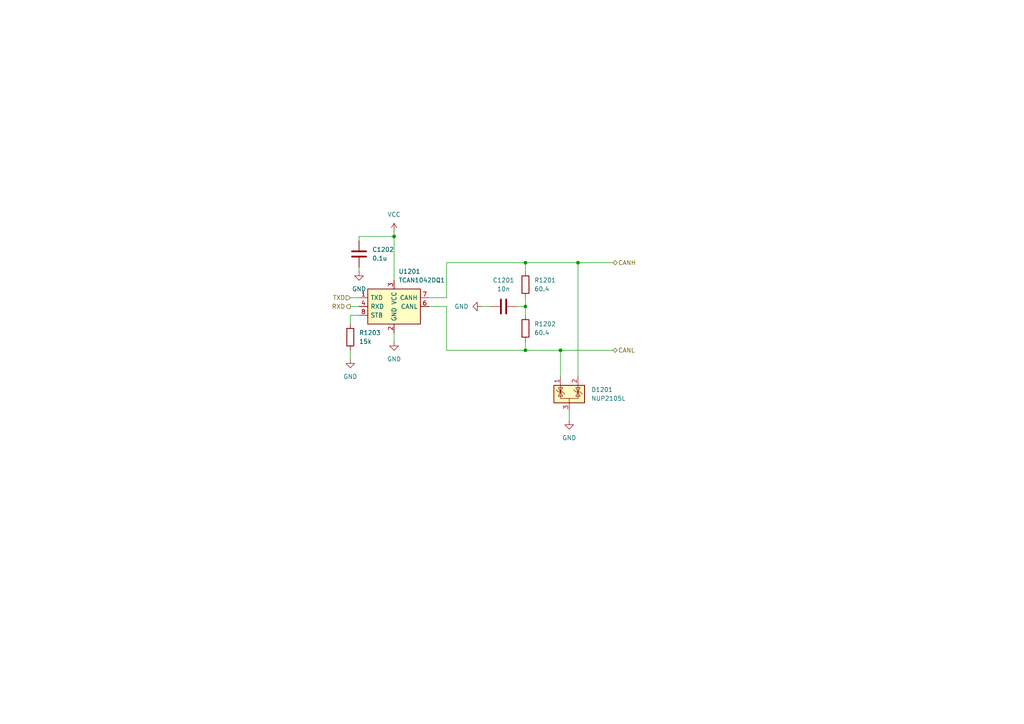
<source format=kicad_sch>
(kicad_sch (version 20230121) (generator eeschema)

  (uuid 5fb5f7bb-14ee-424d-989c-ea25694e226b)

  (paper "A4")

  (lib_symbols
    (symbol "Device:C" (pin_numbers hide) (pin_names (offset 0.254)) (in_bom yes) (on_board yes)
      (property "Reference" "C" (at 0.635 2.54 0)
        (effects (font (size 1.27 1.27)) (justify left))
      )
      (property "Value" "C" (at 0.635 -2.54 0)
        (effects (font (size 1.27 1.27)) (justify left))
      )
      (property "Footprint" "" (at 0.9652 -3.81 0)
        (effects (font (size 1.27 1.27)) hide)
      )
      (property "Datasheet" "~" (at 0 0 0)
        (effects (font (size 1.27 1.27)) hide)
      )
      (property "ki_keywords" "cap capacitor" (at 0 0 0)
        (effects (font (size 1.27 1.27)) hide)
      )
      (property "ki_description" "Unpolarized capacitor" (at 0 0 0)
        (effects (font (size 1.27 1.27)) hide)
      )
      (property "ki_fp_filters" "C_*" (at 0 0 0)
        (effects (font (size 1.27 1.27)) hide)
      )
      (symbol "C_0_1"
        (polyline
          (pts
            (xy -2.032 -0.762)
            (xy 2.032 -0.762)
          )
          (stroke (width 0.508) (type default))
          (fill (type none))
        )
        (polyline
          (pts
            (xy -2.032 0.762)
            (xy 2.032 0.762)
          )
          (stroke (width 0.508) (type default))
          (fill (type none))
        )
      )
      (symbol "C_1_1"
        (pin passive line (at 0 3.81 270) (length 2.794)
          (name "~" (effects (font (size 1.27 1.27))))
          (number "1" (effects (font (size 1.27 1.27))))
        )
        (pin passive line (at 0 -3.81 90) (length 2.794)
          (name "~" (effects (font (size 1.27 1.27))))
          (number "2" (effects (font (size 1.27 1.27))))
        )
      )
    )
    (symbol "Device:R" (pin_numbers hide) (pin_names (offset 0)) (in_bom yes) (on_board yes)
      (property "Reference" "R" (at 2.032 0 90)
        (effects (font (size 1.27 1.27)))
      )
      (property "Value" "R" (at 0 0 90)
        (effects (font (size 1.27 1.27)))
      )
      (property "Footprint" "" (at -1.778 0 90)
        (effects (font (size 1.27 1.27)) hide)
      )
      (property "Datasheet" "~" (at 0 0 0)
        (effects (font (size 1.27 1.27)) hide)
      )
      (property "ki_keywords" "R res resistor" (at 0 0 0)
        (effects (font (size 1.27 1.27)) hide)
      )
      (property "ki_description" "Resistor" (at 0 0 0)
        (effects (font (size 1.27 1.27)) hide)
      )
      (property "ki_fp_filters" "R_*" (at 0 0 0)
        (effects (font (size 1.27 1.27)) hide)
      )
      (symbol "R_0_1"
        (rectangle (start -1.016 -2.54) (end 1.016 2.54)
          (stroke (width 0.254) (type default))
          (fill (type none))
        )
      )
      (symbol "R_1_1"
        (pin passive line (at 0 3.81 270) (length 1.27)
          (name "~" (effects (font (size 1.27 1.27))))
          (number "1" (effects (font (size 1.27 1.27))))
        )
        (pin passive line (at 0 -3.81 90) (length 1.27)
          (name "~" (effects (font (size 1.27 1.27))))
          (number "2" (effects (font (size 1.27 1.27))))
        )
      )
    )
    (symbol "ProjectEV:Interface_TCAN1042DQ1" (pin_names (offset 0.762)) (in_bom yes) (on_board yes)
      (property "Reference" "U" (at 10.16 11.43 0)
        (effects (font (size 1.27 1.27)) (justify left))
      )
      (property "Value" "TCAN1042DQ1" (at 10.16 8.89 0)
        (effects (font (size 1.27 1.27)) (justify left))
      )
      (property "Footprint" "ProjectEV:Package_SOIC-8_3.9x4.9mm_P1.27mm" (at 10.16 6.35 0)
        (effects (font (size 1.27 1.27)) (justify left) hide)
      )
      (property "Datasheet" "http://www.ti.com/lit/gpn/tcan1042-q1" (at 10.16 3.81 0)
        (effects (font (size 1.27 1.27)) (justify left) hide)
      )
      (property "Description" "Automotive Fault Protected CAN Transceiver With Flexible Data-Rate" (at 10.16 1.27 0)
        (effects (font (size 1.27 1.27)) (justify left) hide)
      )
      (property "Height" "1.75" (at 10.16 -1.27 0)
        (effects (font (size 1.27 1.27)) (justify left) hide)
      )
      (property "Manufacturer_Name" "Texas Instruments" (at 10.16 -3.81 0)
        (effects (font (size 1.27 1.27)) (justify left) hide)
      )
      (property "Manufacturer_Part_Number" "TCAN1042DQ1" (at 10.16 -6.35 0)
        (effects (font (size 1.27 1.27)) (justify left) hide)
      )
      (property "Mouser Part Number" "595-TCAN1042DQ1" (at 10.16 -8.89 0)
        (effects (font (size 1.27 1.27)) (justify left) hide)
      )
      (property "Mouser Price/Stock" "https://www.mouser.co.uk/ProductDetail/Texas-Instruments/TCAN1042DQ1?qs=yDQnu9hAfI%252Bl0UhhA7Z96A%3D%3D" (at 10.16 -11.43 0)
        (effects (font (size 1.27 1.27)) (justify left) hide)
      )
      (property "Arrow Part Number" "TCAN1042DQ1" (at 10.16 -13.97 0)
        (effects (font (size 1.27 1.27)) (justify left) hide)
      )
      (property "Arrow Price/Stock" "https://www.arrow.com/en/products/tcan1042dq1/texas-instruments" (at 10.16 -16.51 0)
        (effects (font (size 1.27 1.27)) (justify left) hide)
      )
      (property "ki_description" "Automotive Fault Protected CAN Transceiver With Flexible Data-Rate" (at 0 0 0)
        (effects (font (size 1.27 1.27)) hide)
      )
      (symbol "Interface_TCAN1042DQ1_1_0"
        (pin input line (at -10.16 2.54 0) (length 2.54)
          (name "TXD" (effects (font (size 1.27 1.27))))
          (number "1" (effects (font (size 1.27 1.27))))
        )
        (pin power_in line (at 0 -7.62 90) (length 2.54)
          (name "GND" (effects (font (size 1.27 1.27))))
          (number "2" (effects (font (size 1.27 1.27))))
        )
        (pin power_in line (at 0 7.62 270) (length 2.54)
          (name "VCC" (effects (font (size 1.27 1.27))))
          (number "3" (effects (font (size 1.27 1.27))))
        )
        (pin output line (at -10.16 0 0) (length 2.54)
          (name "RXD" (effects (font (size 1.27 1.27))))
          (number "4" (effects (font (size 1.27 1.27))))
        )
        (pin no_connect line (at -2.54 -7.62 90) (length 2.54) hide
          (name "NC" (effects (font (size 1.27 1.27))))
          (number "5" (effects (font (size 1.27 1.27))))
        )
        (pin bidirectional line (at 10.16 0 180) (length 2.54)
          (name "CANL" (effects (font (size 1.27 1.27))))
          (number "6" (effects (font (size 1.27 1.27))))
        )
        (pin bidirectional line (at 10.16 2.54 180) (length 2.54)
          (name "CANH" (effects (font (size 1.27 1.27))))
          (number "7" (effects (font (size 1.27 1.27))))
        )
        (pin input line (at -10.16 -2.54 0) (length 2.54)
          (name "STB" (effects (font (size 1.27 1.27))))
          (number "8" (effects (font (size 1.27 1.27))))
        )
      )
      (symbol "Interface_TCAN1042DQ1_1_1"
        (rectangle (start -7.62 5.08) (end 7.62 -5.08)
          (stroke (width 0.254) (type default))
          (fill (type background))
        )
      )
    )
    (symbol "ProjectEV:PowerProtection_NUP2105L" (pin_names hide) (in_bom yes) (on_board yes)
      (property "Reference" "D" (at 5.715 2.54 0)
        (effects (font (size 1.27 1.27)) (justify left))
      )
      (property "Value" "NUP2105L" (at 5.715 0.635 0)
        (effects (font (size 1.27 1.27)) (justify left))
      )
      (property "Footprint" "ProjectEV:Package_SOT-23_NUP2105L" (at 5.715 -1.27 0)
        (effects (font (size 1.27 1.27)) (justify left) hide)
      )
      (property "Datasheet" "http://www.onsemi.com/pub_link/Collateral/NUP2105L-D.PDF" (at 3.175 3.175 0)
        (effects (font (size 1.27 1.27)) hide)
      )
      (property "ki_keywords" "can esd protection suppression transient" (at 0 0 0)
        (effects (font (size 1.27 1.27)) hide)
      )
      (property "ki_description" "Dual Line CAN Bus Protector, 24Vrwm" (at 0 0 0)
        (effects (font (size 1.27 1.27)) hide)
      )
      (property "ki_fp_filters" "SOT?23*" (at 0 0 0)
        (effects (font (size 1.27 1.27)) hide)
      )
      (symbol "PowerProtection_NUP2105L_0_0"
        (pin passive line (at 0 -5.08 90) (length 2.54)
          (name "A" (effects (font (size 1.27 1.27))))
          (number "3" (effects (font (size 1.27 1.27))))
        )
      )
      (symbol "PowerProtection_NUP2105L_0_1"
        (rectangle (start -4.445 2.54) (end 4.445 -2.54)
          (stroke (width 0.254) (type default))
          (fill (type background))
        )
        (polyline
          (pts
            (xy -2.54 2.54)
            (xy -2.54 0.635)
          )
          (stroke (width 0) (type default))
          (fill (type none))
        )
        (polyline
          (pts
            (xy 0 -1.27)
            (xy 0 -2.54)
          )
          (stroke (width 0) (type default))
          (fill (type none))
        )
        (polyline
          (pts
            (xy 2.54 2.54)
            (xy 2.54 0.635)
          )
          (stroke (width 0) (type default))
          (fill (type none))
        )
        (polyline
          (pts
            (xy -3.81 1.27)
            (xy -3.175 0.635)
            (xy -1.905 0.635)
            (xy -1.27 0)
          )
          (stroke (width 0) (type default))
          (fill (type none))
        )
        (polyline
          (pts
            (xy -2.54 0.635)
            (xy -2.54 -1.27)
            (xy 2.54 -1.27)
            (xy 2.54 0.635)
          )
          (stroke (width 0) (type default))
          (fill (type none))
        )
        (polyline
          (pts
            (xy -2.54 0.635)
            (xy -1.905 -0.635)
            (xy -3.175 -0.635)
            (xy -2.54 0.635)
          )
          (stroke (width 0) (type default))
          (fill (type none))
        )
        (polyline
          (pts
            (xy 2.54 0.635)
            (xy 1.905 -0.635)
            (xy 3.175 -0.635)
            (xy 2.54 0.635)
          )
          (stroke (width 0) (type default))
          (fill (type none))
        )
        (polyline
          (pts
            (xy 2.54 0.635)
            (xy 3.175 1.905)
            (xy 1.905 1.905)
            (xy 2.54 0.635)
          )
          (stroke (width 0) (type default))
          (fill (type none))
        )
        (polyline
          (pts
            (xy -2.54 0.635)
            (xy -3.175 1.905)
            (xy -1.905 1.905)
            (xy -2.54 0.635)
            (xy -2.54 1.27)
          )
          (stroke (width 0) (type default))
          (fill (type none))
        )
        (polyline
          (pts
            (xy 1.27 1.27)
            (xy 1.905 0.635)
            (xy 2.54 0.635)
            (xy 3.175 0.635)
            (xy 3.81 0)
          )
          (stroke (width 0) (type default))
          (fill (type none))
        )
      )
      (symbol "PowerProtection_NUP2105L_1_1"
        (pin passive line (at -2.54 5.08 270) (length 2.54)
          (name "K" (effects (font (size 1.27 1.27))))
          (number "1" (effects (font (size 1.27 1.27))))
        )
        (pin passive line (at 2.54 5.08 270) (length 2.54)
          (name "K" (effects (font (size 1.27 1.27))))
          (number "2" (effects (font (size 1.27 1.27))))
        )
      )
    )
    (symbol "power:GND" (power) (pin_names (offset 0)) (in_bom yes) (on_board yes)
      (property "Reference" "#PWR" (at 0 -6.35 0)
        (effects (font (size 1.27 1.27)) hide)
      )
      (property "Value" "GND" (at 0 -3.81 0)
        (effects (font (size 1.27 1.27)))
      )
      (property "Footprint" "" (at 0 0 0)
        (effects (font (size 1.27 1.27)) hide)
      )
      (property "Datasheet" "" (at 0 0 0)
        (effects (font (size 1.27 1.27)) hide)
      )
      (property "ki_keywords" "global power" (at 0 0 0)
        (effects (font (size 1.27 1.27)) hide)
      )
      (property "ki_description" "Power symbol creates a global label with name \"GND\" , ground" (at 0 0 0)
        (effects (font (size 1.27 1.27)) hide)
      )
      (symbol "GND_0_1"
        (polyline
          (pts
            (xy 0 0)
            (xy 0 -1.27)
            (xy 1.27 -1.27)
            (xy 0 -2.54)
            (xy -1.27 -1.27)
            (xy 0 -1.27)
          )
          (stroke (width 0) (type default))
          (fill (type none))
        )
      )
      (symbol "GND_1_1"
        (pin power_in line (at 0 0 270) (length 0) hide
          (name "GND" (effects (font (size 1.27 1.27))))
          (number "1" (effects (font (size 1.27 1.27))))
        )
      )
    )
    (symbol "power:VCC" (power) (pin_names (offset 0)) (in_bom yes) (on_board yes)
      (property "Reference" "#PWR" (at 0 -3.81 0)
        (effects (font (size 1.27 1.27)) hide)
      )
      (property "Value" "VCC" (at 0 3.81 0)
        (effects (font (size 1.27 1.27)))
      )
      (property "Footprint" "" (at 0 0 0)
        (effects (font (size 1.27 1.27)) hide)
      )
      (property "Datasheet" "" (at 0 0 0)
        (effects (font (size 1.27 1.27)) hide)
      )
      (property "ki_keywords" "global power" (at 0 0 0)
        (effects (font (size 1.27 1.27)) hide)
      )
      (property "ki_description" "Power symbol creates a global label with name \"VCC\"" (at 0 0 0)
        (effects (font (size 1.27 1.27)) hide)
      )
      (symbol "VCC_0_1"
        (polyline
          (pts
            (xy -0.762 1.27)
            (xy 0 2.54)
          )
          (stroke (width 0) (type default))
          (fill (type none))
        )
        (polyline
          (pts
            (xy 0 0)
            (xy 0 2.54)
          )
          (stroke (width 0) (type default))
          (fill (type none))
        )
        (polyline
          (pts
            (xy 0 2.54)
            (xy 0.762 1.27)
          )
          (stroke (width 0) (type default))
          (fill (type none))
        )
      )
      (symbol "VCC_1_1"
        (pin power_in line (at 0 0 90) (length 0) hide
          (name "VCC" (effects (font (size 1.27 1.27))))
          (number "1" (effects (font (size 1.27 1.27))))
        )
      )
    )
  )

  (junction (at 114.3 68.58) (diameter 0) (color 0 0 0 0)
    (uuid 21d6fdb3-40f7-49f5-a8ce-99d4ebd0432e)
  )
  (junction (at 152.4 76.2) (diameter 0) (color 0 0 0 0)
    (uuid 5758c0be-fa83-48b4-9004-7a2678bd2ef2)
  )
  (junction (at 152.4 101.6) (diameter 0) (color 0 0 0 0)
    (uuid ab7b5df2-2302-4575-9d79-ea4dca1d2fbc)
  )
  (junction (at 152.4 88.9) (diameter 0) (color 0 0 0 0)
    (uuid acf94331-8bc8-4a94-a97f-0db028161543)
  )
  (junction (at 162.56 101.6) (diameter 0) (color 0 0 0 0)
    (uuid d3f4ece7-179a-4c4f-b4f2-7cb1460f9fc2)
  )
  (junction (at 167.64 76.2) (diameter 0) (color 0 0 0 0)
    (uuid e2e557c8-1f4e-4c4f-91a3-8f0123a67168)
  )

  (wire (pts (xy 152.4 86.36) (xy 152.4 88.9))
    (stroke (width 0) (type default))
    (uuid 068b9b1d-24dd-4c3a-bceb-3ebba228b654)
  )
  (wire (pts (xy 114.3 96.52) (xy 114.3 99.06))
    (stroke (width 0) (type default))
    (uuid 12e76221-a2ff-46e5-a588-355a0941b72f)
  )
  (wire (pts (xy 124.46 88.9) (xy 129.54 88.9))
    (stroke (width 0) (type default))
    (uuid 19c310ea-fa9f-4a0e-ae8f-51cebe45daef)
  )
  (wire (pts (xy 101.6 86.36) (xy 104.14 86.36))
    (stroke (width 0) (type default))
    (uuid 2f8aa2a2-9ccd-4677-9242-9b9b5b909ea5)
  )
  (wire (pts (xy 152.4 101.6) (xy 152.4 99.06))
    (stroke (width 0) (type default))
    (uuid 313cf81d-3aea-48c2-9c94-1f2f45577121)
  )
  (wire (pts (xy 104.14 69.85) (xy 104.14 68.58))
    (stroke (width 0) (type default))
    (uuid 38919694-ef0c-4b7b-9e03-f2f349fb5033)
  )
  (wire (pts (xy 104.14 68.58) (xy 114.3 68.58))
    (stroke (width 0) (type default))
    (uuid 3d4a1d8c-cb33-4abf-8dcd-22fffa84ee20)
  )
  (wire (pts (xy 129.54 101.6) (xy 152.4 101.6))
    (stroke (width 0) (type default))
    (uuid 41b2c320-b988-40e3-918c-28e4a0ae3c61)
  )
  (wire (pts (xy 101.6 88.9) (xy 104.14 88.9))
    (stroke (width 0) (type default))
    (uuid 4370aad7-0cda-43e8-90e5-e93198dfc023)
  )
  (wire (pts (xy 152.4 88.9) (xy 152.4 91.44))
    (stroke (width 0) (type default))
    (uuid 48779e71-7459-4e31-b67c-88991ae0064c)
  )
  (wire (pts (xy 129.54 88.9) (xy 129.54 101.6))
    (stroke (width 0) (type default))
    (uuid 4c50b7c4-d739-4c4a-b1cb-fd91a96d3f1b)
  )
  (wire (pts (xy 149.86 88.9) (xy 152.4 88.9))
    (stroke (width 0) (type default))
    (uuid 5520a26d-4bf6-4328-a31d-13c4b0fd6136)
  )
  (wire (pts (xy 167.64 76.2) (xy 177.8 76.2))
    (stroke (width 0) (type default))
    (uuid 690691fe-5dc8-4f89-a6f3-e7473350bfe9)
  )
  (wire (pts (xy 139.7 88.9) (xy 142.24 88.9))
    (stroke (width 0) (type default))
    (uuid 7e61a57c-c67f-4ce0-b49b-7dcd0e8dfdf4)
  )
  (wire (pts (xy 101.6 93.98) (xy 101.6 91.44))
    (stroke (width 0) (type default))
    (uuid 89e73f31-eda6-4d51-8c9c-6724186e428e)
  )
  (wire (pts (xy 162.56 101.6) (xy 177.8 101.6))
    (stroke (width 0) (type default))
    (uuid 9595693f-763f-445d-8d89-2596cc110b7e)
  )
  (wire (pts (xy 101.6 104.14) (xy 101.6 101.6))
    (stroke (width 0) (type default))
    (uuid 961fd0f9-867e-4103-bb53-da48adc30494)
  )
  (wire (pts (xy 124.46 86.36) (xy 129.54 86.36))
    (stroke (width 0) (type default))
    (uuid 9f3b7f56-57a7-4580-a82a-930edd0bbe40)
  )
  (wire (pts (xy 167.64 76.2) (xy 167.64 109.22))
    (stroke (width 0) (type default))
    (uuid aa1d60ac-50ce-4314-8382-9caa6e63b7da)
  )
  (wire (pts (xy 101.6 91.44) (xy 104.14 91.44))
    (stroke (width 0) (type default))
    (uuid badcb915-96c2-4f74-9735-7773ec129cc9)
  )
  (wire (pts (xy 152.4 76.2) (xy 167.64 76.2))
    (stroke (width 0) (type default))
    (uuid bc6e8d30-ce21-4995-98e7-5b1fb22430a3)
  )
  (wire (pts (xy 114.3 68.58) (xy 114.3 81.28))
    (stroke (width 0) (type default))
    (uuid c5ad3492-93e4-4405-bde9-c5578c15851e)
  )
  (wire (pts (xy 152.4 101.6) (xy 162.56 101.6))
    (stroke (width 0) (type default))
    (uuid cb7fb750-8e93-410f-b48e-d6af88d9b688)
  )
  (wire (pts (xy 114.3 68.58) (xy 114.3 67.31))
    (stroke (width 0) (type default))
    (uuid d4d217ac-5f9e-4057-9171-1d74c1f00ec7)
  )
  (wire (pts (xy 104.14 77.47) (xy 104.14 78.74))
    (stroke (width 0) (type default))
    (uuid e80b3b8f-9546-4615-9585-2c7330405f07)
  )
  (wire (pts (xy 165.1 119.38) (xy 165.1 121.92))
    (stroke (width 0) (type default))
    (uuid e8f8e2e7-d67d-4e32-80d9-dc71e52c4031)
  )
  (wire (pts (xy 152.4 76.2) (xy 152.4 78.74))
    (stroke (width 0) (type default))
    (uuid eca60e6a-209e-40b9-8a5e-f606cbf6e0c4)
  )
  (wire (pts (xy 162.56 101.6) (xy 162.56 109.22))
    (stroke (width 0) (type default))
    (uuid f7023b9c-1a0b-4ae2-98e1-246be4ad0642)
  )
  (wire (pts (xy 129.54 76.2) (xy 152.4 76.2))
    (stroke (width 0) (type default))
    (uuid fae87c43-c669-4cc4-87a4-3e95f514e7f8)
  )
  (wire (pts (xy 129.54 86.36) (xy 129.54 76.2))
    (stroke (width 0) (type default))
    (uuid fba101ae-59f5-44fd-844e-23ff2c954d88)
  )

  (hierarchical_label "CANH" (shape bidirectional) (at 177.8 76.2 0) (fields_autoplaced)
    (effects (font (size 1.27 1.27)) (justify left))
    (uuid 3e96e129-7fca-455f-9b76-2e6b941dcf0b)
  )
  (hierarchical_label "RXD" (shape output) (at 101.6 88.9 180) (fields_autoplaced)
    (effects (font (size 1.27 1.27)) (justify right))
    (uuid 460c8ab0-205a-4bc8-b8ac-7367c9ad4045)
  )
  (hierarchical_label "TXD" (shape input) (at 101.6 86.36 180) (fields_autoplaced)
    (effects (font (size 1.27 1.27)) (justify right))
    (uuid 4e10bf42-36d5-4a78-9758-e7a319f599e8)
  )
  (hierarchical_label "CANL" (shape bidirectional) (at 177.8 101.6 0) (fields_autoplaced)
    (effects (font (size 1.27 1.27)) (justify left))
    (uuid 97a46eaa-7855-4d32-a2a9-dfe738bee1f7)
  )

  (symbol (lib_id "ProjectEV:PowerProtection_NUP2105L") (at 165.1 114.3 0) (unit 1)
    (in_bom yes) (on_board yes) (dnp no) (fields_autoplaced)
    (uuid 112a7fc1-c51d-4dc0-9a16-120f2acbc2f5)
    (property "Reference" "D1201" (at 171.45 113.03 0)
      (effects (font (size 1.27 1.27)) (justify left))
    )
    (property "Value" "NUP2105L" (at 171.45 115.57 0)
      (effects (font (size 1.27 1.27)) (justify left))
    )
    (property "Footprint" "ProjectEV:Package_SOT-23_NUP2105L" (at 170.815 115.57 0)
      (effects (font (size 1.27 1.27)) (justify left) hide)
    )
    (property "Datasheet" "http://www.onsemi.com/pub_link/Collateral/NUP2105L-D.PDF" (at 168.275 111.125 0)
      (effects (font (size 1.27 1.27)) hide)
    )
    (pin "2" (uuid d36aab9e-52a2-46d6-943c-1d726d4f277a))
    (pin "3" (uuid eafc822c-d2cc-49e4-8043-0f2b0cd17d52))
    (pin "1" (uuid 46b1a31a-0c80-4f3d-9389-d390f0d207b0))
    (instances
      (project "AMS-board-2024"
        (path "/3a719eb3-09ce-4343-8f6e-20cc0aaf5261/6c88c007-deae-4ed6-a37c-9d5c4c750b8f/bdebf2e5-9545-4c56-a02d-4de56fc97c11"
          (reference "D1201") (unit 1)
        )
      )
    )
  )

  (symbol (lib_id "power:GND") (at 104.14 78.74 0) (unit 1)
    (in_bom yes) (on_board yes) (dnp no) (fields_autoplaced)
    (uuid 170433bb-15be-40d7-9ea2-9af8c38318e5)
    (property "Reference" "#PWR01202" (at 104.14 85.09 0)
      (effects (font (size 1.27 1.27)) hide)
    )
    (property "Value" "GND" (at 104.14 83.82 0)
      (effects (font (size 1.27 1.27)))
    )
    (property "Footprint" "" (at 104.14 78.74 0)
      (effects (font (size 1.27 1.27)) hide)
    )
    (property "Datasheet" "" (at 104.14 78.74 0)
      (effects (font (size 1.27 1.27)) hide)
    )
    (pin "1" (uuid 4a5a1efd-736f-49f0-8655-b3a744093818))
    (instances
      (project "AMS-board-2024"
        (path "/3a719eb3-09ce-4343-8f6e-20cc0aaf5261/6c88c007-deae-4ed6-a37c-9d5c4c750b8f/bdebf2e5-9545-4c56-a02d-4de56fc97c11"
          (reference "#PWR01202") (unit 1)
        )
      )
    )
  )

  (symbol (lib_id "Device:R") (at 152.4 82.55 0) (unit 1)
    (in_bom yes) (on_board yes) (dnp no) (fields_autoplaced)
    (uuid 2fc031a4-fb8b-4539-917d-c57cb3b25cf8)
    (property "Reference" "R1201" (at 154.94 81.28 0)
      (effects (font (size 1.27 1.27)) (justify left))
    )
    (property "Value" "60.4" (at 154.94 83.82 0)
      (effects (font (size 1.27 1.27)) (justify left))
    )
    (property "Footprint" "Resistor_SMD:R_0603_1608Metric" (at 150.622 82.55 90)
      (effects (font (size 1.27 1.27)) hide)
    )
    (property "Datasheet" "~" (at 152.4 82.55 0)
      (effects (font (size 1.27 1.27)) hide)
    )
    (pin "2" (uuid 3ddd6b47-8fd7-41f4-b5bf-56549a84a3ee))
    (pin "1" (uuid b35b83d2-0976-4e19-a3ce-205103c5203b))
    (instances
      (project "AMS-board-2024"
        (path "/3a719eb3-09ce-4343-8f6e-20cc0aaf5261/6c88c007-deae-4ed6-a37c-9d5c4c750b8f/bdebf2e5-9545-4c56-a02d-4de56fc97c11"
          (reference "R1201") (unit 1)
        )
      )
    )
  )

  (symbol (lib_id "power:VCC") (at 114.3 67.31 0) (unit 1)
    (in_bom yes) (on_board yes) (dnp no) (fields_autoplaced)
    (uuid 3321955a-f0a5-4e23-bdc8-ecb55d1c5253)
    (property "Reference" "#PWR01201" (at 114.3 71.12 0)
      (effects (font (size 1.27 1.27)) hide)
    )
    (property "Value" "VCC" (at 114.3 62.23 0)
      (effects (font (size 1.27 1.27)))
    )
    (property "Footprint" "" (at 114.3 67.31 0)
      (effects (font (size 1.27 1.27)) hide)
    )
    (property "Datasheet" "" (at 114.3 67.31 0)
      (effects (font (size 1.27 1.27)) hide)
    )
    (pin "1" (uuid e05be6d9-50ce-4e22-877c-77e9b2a4df70))
    (instances
      (project "AMS-board-2024"
        (path "/3a719eb3-09ce-4343-8f6e-20cc0aaf5261/6c88c007-deae-4ed6-a37c-9d5c4c750b8f/bdebf2e5-9545-4c56-a02d-4de56fc97c11"
          (reference "#PWR01201") (unit 1)
        )
      )
    )
  )

  (symbol (lib_id "power:GND") (at 101.6 104.14 0) (unit 1)
    (in_bom yes) (on_board yes) (dnp no) (fields_autoplaced)
    (uuid 33a03646-3645-4cb6-9fab-b4c390632e92)
    (property "Reference" "#PWR01204" (at 101.6 110.49 0)
      (effects (font (size 1.27 1.27)) hide)
    )
    (property "Value" "GND" (at 101.6 109.22 0)
      (effects (font (size 1.27 1.27)))
    )
    (property "Footprint" "" (at 101.6 104.14 0)
      (effects (font (size 1.27 1.27)) hide)
    )
    (property "Datasheet" "" (at 101.6 104.14 0)
      (effects (font (size 1.27 1.27)) hide)
    )
    (pin "1" (uuid 2d9d8ed4-12f3-4352-85ac-c50405957d41))
    (instances
      (project "AMS-board-2024"
        (path "/3a719eb3-09ce-4343-8f6e-20cc0aaf5261/6c88c007-deae-4ed6-a37c-9d5c4c750b8f/bdebf2e5-9545-4c56-a02d-4de56fc97c11"
          (reference "#PWR01204") (unit 1)
        )
      )
    )
  )

  (symbol (lib_id "Device:C") (at 146.05 88.9 90) (unit 1)
    (in_bom yes) (on_board yes) (dnp no) (fields_autoplaced)
    (uuid 4319b5d2-88f8-428e-bcf5-ddcf0db78150)
    (property "Reference" "C1201" (at 146.05 81.28 90)
      (effects (font (size 1.27 1.27)))
    )
    (property "Value" "10n" (at 146.05 83.82 90)
      (effects (font (size 1.27 1.27)))
    )
    (property "Footprint" "Capacitor_SMD:C_0603_1608Metric" (at 149.86 87.9348 0)
      (effects (font (size 1.27 1.27)) hide)
    )
    (property "Datasheet" "~" (at 146.05 88.9 0)
      (effects (font (size 1.27 1.27)) hide)
    )
    (pin "1" (uuid 87fd6829-4077-40ad-a176-804e7e972fd5))
    (pin "2" (uuid d6a214df-9641-4b4a-9292-62c3e51c41bc))
    (instances
      (project "AMS-board-2024"
        (path "/3a719eb3-09ce-4343-8f6e-20cc0aaf5261/6c88c007-deae-4ed6-a37c-9d5c4c750b8f/bdebf2e5-9545-4c56-a02d-4de56fc97c11"
          (reference "C1201") (unit 1)
        )
      )
    )
  )

  (symbol (lib_id "power:GND") (at 114.3 99.06 0) (unit 1)
    (in_bom yes) (on_board yes) (dnp no) (fields_autoplaced)
    (uuid 57367897-0d05-4ea0-8dc5-55e903f31a10)
    (property "Reference" "#PWR01203" (at 114.3 105.41 0)
      (effects (font (size 1.27 1.27)) hide)
    )
    (property "Value" "GND" (at 114.3 104.14 0)
      (effects (font (size 1.27 1.27)))
    )
    (property "Footprint" "" (at 114.3 99.06 0)
      (effects (font (size 1.27 1.27)) hide)
    )
    (property "Datasheet" "" (at 114.3 99.06 0)
      (effects (font (size 1.27 1.27)) hide)
    )
    (pin "1" (uuid f64f3245-e50e-49f4-8bb2-40e96f2a4479))
    (instances
      (project "AMS-board-2024"
        (path "/3a719eb3-09ce-4343-8f6e-20cc0aaf5261/6c88c007-deae-4ed6-a37c-9d5c4c750b8f/bdebf2e5-9545-4c56-a02d-4de56fc97c11"
          (reference "#PWR01203") (unit 1)
        )
      )
    )
  )

  (symbol (lib_id "power:GND") (at 139.7 88.9 270) (unit 1)
    (in_bom yes) (on_board yes) (dnp no) (fields_autoplaced)
    (uuid 76e66883-1eed-434a-bb37-1fbb7efd961c)
    (property "Reference" "#PWR01205" (at 133.35 88.9 0)
      (effects (font (size 1.27 1.27)) hide)
    )
    (property "Value" "GND" (at 135.89 88.9 90)
      (effects (font (size 1.27 1.27)) (justify right))
    )
    (property "Footprint" "" (at 139.7 88.9 0)
      (effects (font (size 1.27 1.27)) hide)
    )
    (property "Datasheet" "" (at 139.7 88.9 0)
      (effects (font (size 1.27 1.27)) hide)
    )
    (pin "1" (uuid 97fc7e01-b822-4fb5-83af-7295e351b05a))
    (instances
      (project "AMS-board-2024"
        (path "/3a719eb3-09ce-4343-8f6e-20cc0aaf5261/6c88c007-deae-4ed6-a37c-9d5c4c750b8f/bdebf2e5-9545-4c56-a02d-4de56fc97c11"
          (reference "#PWR01205") (unit 1)
        )
      )
    )
  )

  (symbol (lib_id "Device:C") (at 104.14 73.66 0) (unit 1)
    (in_bom yes) (on_board yes) (dnp no) (fields_autoplaced)
    (uuid 8763303b-4400-4bff-be03-d9187c28c7bf)
    (property "Reference" "C1202" (at 107.95 72.39 0)
      (effects (font (size 1.27 1.27)) (justify left))
    )
    (property "Value" "0.1u" (at 107.95 74.93 0)
      (effects (font (size 1.27 1.27)) (justify left))
    )
    (property "Footprint" "Capacitor_SMD:C_0603_1608Metric" (at 105.1052 77.47 0)
      (effects (font (size 1.27 1.27)) hide)
    )
    (property "Datasheet" "~" (at 104.14 73.66 0)
      (effects (font (size 1.27 1.27)) hide)
    )
    (pin "2" (uuid c639eca3-6260-43bc-be20-249ff4b3747b))
    (pin "1" (uuid e8fa250d-193e-43d1-adaa-71f269fdaac0))
    (instances
      (project "AMS-board-2024"
        (path "/3a719eb3-09ce-4343-8f6e-20cc0aaf5261/6c88c007-deae-4ed6-a37c-9d5c4c750b8f/bdebf2e5-9545-4c56-a02d-4de56fc97c11"
          (reference "C1202") (unit 1)
        )
      )
    )
  )

  (symbol (lib_id "ProjectEV:Interface_TCAN1042DQ1") (at 114.3 88.9 0) (unit 1)
    (in_bom yes) (on_board yes) (dnp no)
    (uuid 8ad1aaaa-7eda-4383-bb96-d3b21237a473)
    (property "Reference" "U1201" (at 115.57 78.74 0)
      (effects (font (size 1.27 1.27)) (justify left))
    )
    (property "Value" "TCAN1042DQ1" (at 115.57 81.28 0)
      (effects (font (size 1.27 1.27)) (justify left))
    )
    (property "Footprint" "ProjectEV:Package_SOIC-8_3.9x4.9mm_P1.27mm" (at 124.46 82.55 0)
      (effects (font (size 1.27 1.27)) (justify left) hide)
    )
    (property "Datasheet" "http://www.ti.com/lit/gpn/tcan1042-q1" (at 124.46 85.09 0)
      (effects (font (size 1.27 1.27)) (justify left) hide)
    )
    (property "Description" "Automotive Fault Protected CAN Transceiver With Flexible Data-Rate" (at 124.46 87.63 0)
      (effects (font (size 1.27 1.27)) (justify left) hide)
    )
    (property "Height" "1.75" (at 124.46 90.17 0)
      (effects (font (size 1.27 1.27)) (justify left) hide)
    )
    (property "Manufacturer_Name" "Texas Instruments" (at 124.46 92.71 0)
      (effects (font (size 1.27 1.27)) (justify left) hide)
    )
    (property "Manufacturer_Part_Number" "TCAN1042DQ1" (at 124.46 95.25 0)
      (effects (font (size 1.27 1.27)) (justify left) hide)
    )
    (property "Mouser Part Number" "595-TCAN1042DQ1" (at 124.46 97.79 0)
      (effects (font (size 1.27 1.27)) (justify left) hide)
    )
    (property "Mouser Price/Stock" "https://www.mouser.co.uk/ProductDetail/Texas-Instruments/TCAN1042DQ1?qs=yDQnu9hAfI%252Bl0UhhA7Z96A%3D%3D" (at 124.46 100.33 0)
      (effects (font (size 1.27 1.27)) (justify left) hide)
    )
    (property "Arrow Part Number" "TCAN1042DQ1" (at 124.46 102.87 0)
      (effects (font (size 1.27 1.27)) (justify left) hide)
    )
    (property "Arrow Price/Stock" "https://www.arrow.com/en/products/tcan1042dq1/texas-instruments" (at 124.46 105.41 0)
      (effects (font (size 1.27 1.27)) (justify left) hide)
    )
    (pin "8" (uuid f21e3e99-e630-41c6-ad83-622776575826))
    (pin "6" (uuid c327f141-60f6-4c66-9efc-218513af9395))
    (pin "4" (uuid fa4da54f-b24e-41db-860d-ddec90a7820b))
    (pin "7" (uuid 7d8d5119-7498-498b-84b9-5f91fc5bc494))
    (pin "1" (uuid da7ff453-0c4c-43cf-9112-f8f3e59a26be))
    (pin "3" (uuid ec10cac4-a5a6-4c07-a9b3-8ed770173dfa))
    (pin "5" (uuid 819dd261-3953-4e29-bf73-c039b7bed986))
    (pin "2" (uuid e7c1e853-eb14-49be-8b9f-4e8fc91fa822))
    (instances
      (project "AMS-board-2024"
        (path "/3a719eb3-09ce-4343-8f6e-20cc0aaf5261/6c88c007-deae-4ed6-a37c-9d5c4c750b8f/bdebf2e5-9545-4c56-a02d-4de56fc97c11"
          (reference "U1201") (unit 1)
        )
      )
    )
  )

  (symbol (lib_id "power:GND") (at 165.1 121.92 0) (unit 1)
    (in_bom yes) (on_board yes) (dnp no) (fields_autoplaced)
    (uuid c283d264-b6fe-4702-8c69-6084578a2f5d)
    (property "Reference" "#PWR01206" (at 165.1 128.27 0)
      (effects (font (size 1.27 1.27)) hide)
    )
    (property "Value" "GND" (at 165.1 127 0)
      (effects (font (size 1.27 1.27)))
    )
    (property "Footprint" "" (at 165.1 121.92 0)
      (effects (font (size 1.27 1.27)) hide)
    )
    (property "Datasheet" "" (at 165.1 121.92 0)
      (effects (font (size 1.27 1.27)) hide)
    )
    (pin "1" (uuid eaf173b5-899a-4ce2-b30c-f36f8dc16a94))
    (instances
      (project "AMS-board-2024"
        (path "/3a719eb3-09ce-4343-8f6e-20cc0aaf5261/6c88c007-deae-4ed6-a37c-9d5c4c750b8f/bdebf2e5-9545-4c56-a02d-4de56fc97c11"
          (reference "#PWR01206") (unit 1)
        )
      )
    )
  )

  (symbol (lib_id "Device:R") (at 101.6 97.79 0) (unit 1)
    (in_bom yes) (on_board yes) (dnp no) (fields_autoplaced)
    (uuid d08c74f6-be27-4d2d-b30e-05a961c2f268)
    (property "Reference" "R1203" (at 104.14 96.52 0)
      (effects (font (size 1.27 1.27)) (justify left))
    )
    (property "Value" "15k" (at 104.14 99.06 0)
      (effects (font (size 1.27 1.27)) (justify left))
    )
    (property "Footprint" "Resistor_SMD:R_0603_1608Metric" (at 99.822 97.79 90)
      (effects (font (size 1.27 1.27)) hide)
    )
    (property "Datasheet" "~" (at 101.6 97.79 0)
      (effects (font (size 1.27 1.27)) hide)
    )
    (pin "1" (uuid c81e8068-b794-4531-ad9e-e57ede9cb5ad))
    (pin "2" (uuid 9e5502f7-945e-45ad-8b86-fe7ea62d36d5))
    (instances
      (project "AMS-board-2024"
        (path "/3a719eb3-09ce-4343-8f6e-20cc0aaf5261/6c88c007-deae-4ed6-a37c-9d5c4c750b8f/bdebf2e5-9545-4c56-a02d-4de56fc97c11"
          (reference "R1203") (unit 1)
        )
      )
    )
  )

  (symbol (lib_id "Device:R") (at 152.4 95.25 0) (unit 1)
    (in_bom yes) (on_board yes) (dnp no) (fields_autoplaced)
    (uuid f01b737d-191b-4ae8-b806-d6b7da01e868)
    (property "Reference" "R1202" (at 154.94 93.98 0)
      (effects (font (size 1.27 1.27)) (justify left))
    )
    (property "Value" "60.4" (at 154.94 96.52 0)
      (effects (font (size 1.27 1.27)) (justify left))
    )
    (property "Footprint" "Resistor_SMD:R_0603_1608Metric" (at 150.622 95.25 90)
      (effects (font (size 1.27 1.27)) hide)
    )
    (property "Datasheet" "~" (at 152.4 95.25 0)
      (effects (font (size 1.27 1.27)) hide)
    )
    (pin "2" (uuid c9014201-49fe-4392-a71f-8b25991fd052))
    (pin "1" (uuid f9d1fb38-ee42-4d53-a9c1-78a2bfbadf61))
    (instances
      (project "AMS-board-2024"
        (path "/3a719eb3-09ce-4343-8f6e-20cc0aaf5261/6c88c007-deae-4ed6-a37c-9d5c4c750b8f/bdebf2e5-9545-4c56-a02d-4de56fc97c11"
          (reference "R1202") (unit 1)
        )
      )
    )
  )
)

</source>
